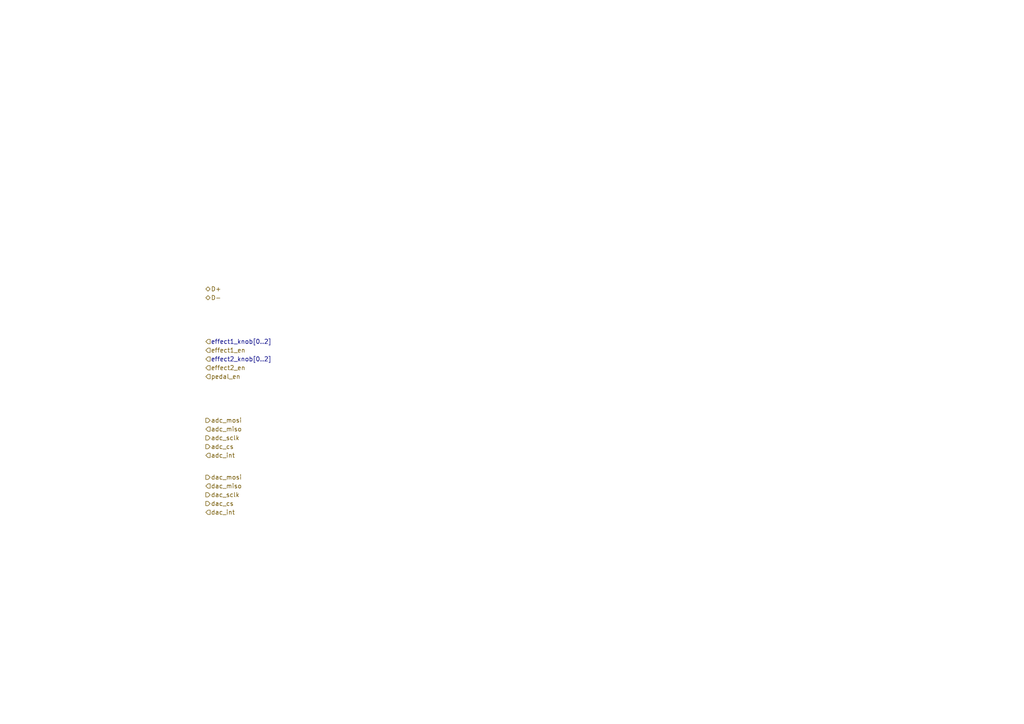
<source format=kicad_sch>
(kicad_sch (version 20230121) (generator eeschema)
  (paper "A4")
  (lib_symbols)
  (hierarchical_label "adc_int" (shape input) (at 59.69 132.08 0))
  (hierarchical_label "adc_mosi" (shape output) (at 59.69 121.92 0))
  (hierarchical_label "D-" (shape bidirectional) (at 59.69 86.36 0))
  (hierarchical_label "adc_sclk" (shape output) (at 59.69 127 0))
  (hierarchical_label "dac_cs" (shape output) (at 59.69 146.05 0))
  (hierarchical_label "dac_int" (shape input) (at 59.69 148.59 0))
  (hierarchical_label "effect1_knob[0..2]" (shape input) (at 59.69 99.06 0))
  (hierarchical_label "adc_cs" (shape output) (at 59.69 129.54 0))
  (hierarchical_label "dac_sclk" (shape output) (at 59.69 143.51 0))
  (hierarchical_label "effect1_en" (shape input) (at 59.69 101.6 0))
  (hierarchical_label "pedal_en" (shape input) (at 59.69 109.22 0))
  (hierarchical_label "dac_miso" (shape input) (at 59.69 140.97 0))
  (hierarchical_label "effect2_knob[0..2]" (shape input) (at 59.69 104.14 0))
  (hierarchical_label "effect2_en" (shape input) (at 59.69 106.68 0))
  (hierarchical_label "D+" (shape bidirectional) (at 59.69 83.82 0))
  (hierarchical_label "adc_miso" (shape input) (at 59.69 124.46 0))
  (hierarchical_label "dac_mosi" (shape output) (at 59.69 138.43 0))
)
</source>
